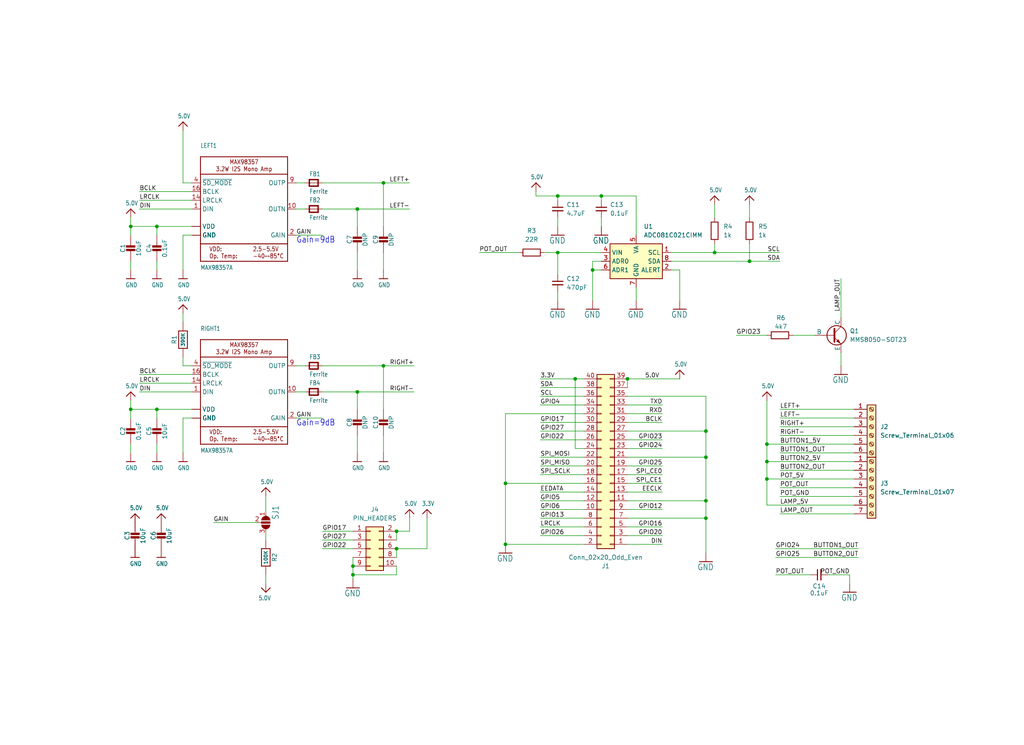
<source format=kicad_sch>
(kicad_sch (version 20231120) (generator "eeschema") (generator_version "8.0")
  (paper "User" 298.45 217.322)
  (lib_symbols
    (symbol "Analog_ADC:ADC081C021CIMM"
      (property "Reference" "U" (at 3.81 11.43 0))
      (property "Value" "ADC081C021CIMM" (at 10.16 8.89 0))
      (symbol "ADC081C021CIMM_1_1"
        (pin input line (at 10.16 2.54 180) (length 2.54) (name "SCL") (number "1"))
        (pin open_collector line (at 10.16 -2.54 180) (length 2.54) (name "ALERT") (number "2"))
        (pin input line (at -10.16 0 0) (length 2.54) (name "ADR0") (number "3"))
        (pin input line (at -10.16 2.54 0) (length 2.54) (name "VIN") (number "4"))
        (pin power_in line (at 0 7.62 270) (length 2.54) (name "VA") (number "5"))
        (pin input line (at -10.16 -2.54 0) (length 2.54) (name "ADR1") (number "6"))
        (pin power_in line (at 0 -7.62 90) (length 2.54) (name "GND") (number "7"))
        (pin bidirectional line (at 10.16 0 180) (length 2.54) (name "SDA") (number "8"))
      )
    )
    (symbol "Connector:Screw_Terminal_01x06" (pin_names (offset 1.016) hide)
      (property "Reference" "J" (at 0 7.62 0))
      (property "Value" "Screw_Terminal_01x06" (at 0 -10.16 0))
      (symbol "Screw_Terminal_01x06_1_1"
        (pin passive line (at -5.08 5.08 0) (length 3.81) (name "Pin_1") (number "1"))
        (pin passive line (at -5.08 2.54 0) (length 3.81) (name "Pin_2") (number "2"))
        (pin passive line (at -5.08 0 0) (length 3.81) (name "Pin_3") (number "3"))
        (pin passive line (at -5.08 -2.54 0) (length 3.81) (name "Pin_4") (number "4"))
        (pin passive line (at -5.08 -5.08 0) (length 3.81) (name "Pin_5") (number "5"))
        (pin passive line (at -5.08 -7.62 0) (length 3.81) (name "Pin_6") (number "6"))
      )
    )
    (symbol "Connector:Screw_Terminal_01x07" (pin_names (offset 1.016) hide)
      (property "Reference" "J" (at 0 10.16 0))
      (property "Value" "Screw_Terminal_01x07" (at 0 -10.16 0))
      (symbol "Screw_Terminal_01x07_1_1"
        (pin passive line (at -5.08 7.62 0) (length 3.81) (name "Pin_1") (number "1"))
        (pin passive line (at -5.08 5.08 0) (length 3.81) (name "Pin_2") (number "2"))
        (pin passive line (at -5.08 2.54 0) (length 3.81) (name "Pin_3") (number "3"))
        (pin passive line (at -5.08 0 0) (length 3.81) (name "Pin_4") (number "4"))
        (pin passive line (at -5.08 -2.54 0) (length 3.81) (name "Pin_5") (number "5"))
        (pin passive line (at -5.08 -5.08 0) (length 3.81) (name "Pin_6") (number "6"))
        (pin passive line (at -5.08 -7.62 0) (length 3.81) (name "Pin_7") (number "7"))
      )
    )
    (symbol "Connector_Generic:Conn_02x05_Odd_Even" (pin_names (offset 1.016) hide)
      (property "Reference" "J" (at 1.27 7.62 0))
      (property "Value" "Conn_02x05_Odd_Even" (at 1.27 -7.62 0))
      (symbol "Conn_02x05_Odd_Even_1_1"
        (pin passive line (at -5.08 5.08 0) (length 3.81) (name "Pin_1") (number "1"))
        (pin passive line (at 7.62 -5.08 180) (length 3.81) (name "Pin_10") (number "10"))
        (pin passive line (at 7.62 5.08 180) (length 3.81) (name "Pin_2") (number "2"))
        (pin passive line (at -5.08 2.54 0) (length 3.81) (name "Pin_3") (number "3"))
        (pin passive line (at 7.62 2.54 180) (length 3.81) (name "Pin_4") (number "4"))
        (pin passive line (at -5.08 0 0) (length 3.81) (name "Pin_5") (number "5"))
        (pin passive line (at 7.62 0 180) (length 3.81) (name "Pin_6") (number "6"))
        (pin passive line (at -5.08 -2.54 0) (length 3.81) (name "Pin_7") (number "7"))
        (pin passive line (at 7.62 -2.54 180) (length 3.81) (name "Pin_8") (number "8"))
        (pin passive line (at -5.08 -5.08 0) (length 3.81) (name "Pin_9") (number "9"))
      )
    )
    (symbol "Connector_Generic:Conn_02x20_Odd_Even" (pin_names (offset 1.016) hide)
      (property "Reference" "J" (at 1.27 25.4 0))
      (property "Value" "Conn_02x20_Odd_Even" (at 1.27 -27.94 0))
      (symbol "Conn_02x20_Odd_Even_1_1"
        (pin passive line (at -5.08 22.86 0) (length 3.81) (name "Pin_1") (number "1"))
        (pin passive line (at 7.62 12.7 180) (length 3.81) (name "Pin_10") (number "10"))
        (pin passive line (at -5.08 10.16 0) (length 3.81) (name "Pin_11") (number "11"))
        (pin passive line (at 7.62 10.16 180) (length 3.81) (name "Pin_12") (number "12"))
        (pin passive line (at -5.08 7.62 0) (length 3.81) (name "Pin_13") (number "13"))
        (pin passive line (at 7.62 7.62 180) (length 3.81) (name "Pin_14") (number "14"))
        (pin passive line (at -5.08 5.08 0) (length 3.81) (name "Pin_15") (number "15"))
        (pin passive line (at 7.62 5.08 180) (length 3.81) (name "Pin_16") (number "16"))
        (pin passive line (at -5.08 2.54 0) (length 3.81) (name "Pin_17") (number "17"))
        (pin passive line (at 7.62 2.54 180) (length 3.81) (name "Pin_18") (number "18"))
        (pin passive line (at -5.08 0 0) (length 3.81) (name "Pin_19") (number "19"))
        (pin passive line (at 7.62 22.86 180) (length 3.81) (name "Pin_2") (number "2"))
        (pin passive line (at 7.62 0 180) (length 3.81) (name "Pin_20") (number "20"))
        (pin passive line (at -5.08 -2.54 0) (length 3.81) (name "Pin_21") (number "21"))
        (pin passive line (at 7.62 -2.54 180) (length 3.81) (name "Pin_22") (number "22"))
        (pin passive line (at -5.08 -5.08 0) (length 3.81) (name "Pin_23") (number "23"))
        (pin passive line (at 7.62 -5.08 180) (length 3.81) (name "Pin_24") (number "24"))
        (pin passive line (at -5.08 -7.62 0) (length 3.81) (name "Pin_25") (number "25"))
        (pin passive line (at 7.62 -7.62 180) (length 3.81) (name "Pin_26") (number "26"))
        (pin passive line (at -5.08 -10.16 0) (length 3.81) (name "Pin_27") (number "27"))
        (pin passive line (at 7.62 -10.16 180) (length 3.81) (name "Pin_28") (number "28"))
        (pin passive line (at -5.08 -12.7 0) (length 3.81) (name "Pin_29") (number "29"))
        (pin passive line (at -5.08 20.32 0) (length 3.81) (name "Pin_3") (number "3"))
        (pin passive line (at 7.62 -12.7 180) (length 3.81) (name "Pin_30") (number "30"))
        (pin passive line (at -5.08 -15.24 0) (length 3.81) (name "Pin_31") (number "31"))
        (pin passive line (at 7.62 -15.24 180) (length 3.81) (name "Pin_32") (number "32"))
        (pin passive line (at -5.08 -17.78 0) (length 3.81) (name "Pin_33") (number "33"))
        (pin passive line (at 7.62 -17.78 180) (length 3.81) (name "Pin_34") (number "34"))
        (pin passive line (at -5.08 -20.32 0) (length 3.81) (name "Pin_35") (number "35"))
        (pin passive line (at 7.62 -20.32 180) (length 3.81) (name "Pin_36") (number "36"))
        (pin passive line (at -5.08 -22.86 0) (length 3.81) (name "Pin_37") (number "37"))
        (pin passive line (at 7.62 -22.86 180) (length 3.81) (name "Pin_38") (number "38"))
        (pin passive line (at -5.08 -25.4 0) (length 3.81) (name "Pin_39") (number "39"))
        (pin passive line (at 7.62 20.32 180) (length 3.81) (name "Pin_4") (number "4"))
        (pin passive line (at 7.62 -25.4 180) (length 3.81) (name "Pin_40") (number "40"))
        (pin passive line (at -5.08 17.78 0) (length 3.81) (name "Pin_5") (number "5"))
        (pin passive line (at 7.62 17.78 180) (length 3.81) (name "Pin_6") (number "6"))
        (pin passive line (at -5.08 15.24 0) (length 3.81) (name "Pin_7") (number "7"))
        (pin passive line (at 7.62 15.24 180) (length 3.81) (name "Pin_8") (number "8"))
        (pin passive line (at -5.08 12.7 0) (length 3.81) (name "Pin_9") (number "9"))
      )
    )
    (symbol "Device:C_Small" (pin_numbers hide) (pin_names (offset 0.254) hide)
      (property "Reference" "C" (at 0.254 1.778 0))
      (property "Value" "C_Small" (at 0.254 -2.032 0))
      (symbol "C_Small_1_1"
        (pin passive line (at 0 2.54 270) (length 2.032) (name "~") (number "1"))
        (pin passive line (at 0 -2.54 90) (length 2.032) (name "~") (number "2"))
      )
    )
    (symbol "Device:R" (pin_numbers hide) (pin_names (offset 0))
      (property "Reference" "R" (at 2.032 0 90))
      (property "Value" "R" (at 0 0 90))
      (symbol "R_1_1"
        (pin passive line (at 0 3.81 270) (length 1.27) (name "~") (number "1"))
        (pin passive line (at 0 -3.81 90) (length 1.27) (name "~") (number "2"))
      )
    )
    (symbol "Simulation_SPICE:NPN" (pin_numbers hide) (pin_names (offset 0))
      (property "Reference" "Q" (at -2.54 7.62 0))
      (property "Value" "NPN" (at -2.54 5.08 0))
      (symbol "NPN_1_1"
        (pin open_collector line (at 2.54 5.08 270) (length 2.54) (name "C") (number "1"))
        (pin input line (at -5.08 0 0) (length 2.54) (name "B") (number "2"))
        (pin open_emitter line (at 2.54 -5.08 90) (length 2.54) (name "E") (number "3"))
      )
    )
    (symbol "spotify-clock-eagle-import:3.3V" (power)
      (symbol "3.3V_1_0"
        (pin power_in line (at 0 -2.54 90) (length 2.54) (name "3.3V") (number "1"))
      )
    )
    (symbol "spotify-clock-eagle-import:5.0V" (power)
      (symbol "5.0V_1_0"
        (pin power_in line (at 0 -2.54 90) (length 2.54) (name "5.0V") (number "1"))
      )
    )
    (symbol "spotify-clock-eagle-import:AUDIOAMP_MAX98357"
      (property "Reference" "U" (at -12.7 17.78 0))
      (symbol "AUDIOAMP_MAX98357_1_0"
        (text "2.5-5.5V\n-40~~85°C" (at 2.54 -12.7 0) (effects (font (size 1.27 1.0795)) (justify left)))
        (text "MAX98357\n3.2W I2S Mono Amp" (at 0 12.7 0) (effects (font (size 1.27 1.0795))))
        (text "VDD:\nOp. Temp:" (at -10.16 -12.7 0) (effects (font (size 1.27 1.0795)) (justify left)))
        (pin bidirectional line (at -15.24 0 0) (length 2.54) (name "DIN") (number "1"))
        (pin output line (at 15.24 0 180) (length 2.54) (name "OUTN") (number "10"))
        (pin power_in line (at -15.24 -7.62 0) (length 2.54) (name "GND") (number "11"))
        (pin bidirectional line (at -15.24 2.54 0) (length 2.54) (name "LRCLK") (number "14"))
        (pin power_in line (at -15.24 -7.62 0) (length 2.54) (name "GND") (number "15"))
        (pin bidirectional line (at -15.24 5.08 0) (length 2.54) (name "BCLK") (number "16"))
        (pin bidirectional line (at 15.24 -7.62 180) (length 2.54) (name "GAIN") (number "2"))
        (pin power_in line (at -15.24 -7.62 0) (length 2.54) (name "GND") (number "3"))
        (pin bidirectional line (at -15.24 7.62 0) (length 2.54) (name "~{SD_MODE}") (number "4"))
        (pin power_in line (at -15.24 -5.08 0) (length 2.54) (name "VDD") (number "7"))
        (pin power_in line (at -15.24 -5.08 0) (length 2.54) (name "VDD") (number "8"))
        (pin output line (at 15.24 7.62 180) (length 2.54) (name "OUTP") (number "9"))
        (pin power_in line (at -15.24 -7.62 0) (length 2.54) (name "GND") (number "THERMAL"))
      )
    )
    (symbol "spotify-clock-eagle-import:CAP_CERAMIC0805-NOOUTLINE"
      (property "Reference" "C" (at -2.29 1.25 90))
      (symbol "CAP_CERAMIC0805-NOOUTLINE_1_0"
        (pin passive line (at 0 5.08 270) (length 2.54) (name "1") (number "1"))
        (pin passive line (at 0 -2.54 90) (length 2.54) (name "2") (number "2"))
      )
    )
    (symbol "spotify-clock-eagle-import:FERRITE-0805NO"
      (property "Reference" "FB" (at -1.27 1.905 0))
      (symbol "FERRITE-0805NO_1_0"
        (pin passive line (at -2.54 0 0) (length 2.54) (name "P$1") (number "1"))
        (pin passive line (at 2.54 0 180) (length 2.54) (name "P$2") (number "2"))
      )
    )
    (symbol "spotify-clock-eagle-import:GND" (power)
      (symbol "GND_1_0"
        (pin power_in line (at 0 2.54 270) (length 2.54) (name "GND") (number "1"))
      )
    )
    (symbol "spotify-clock-eagle-import:RESISTOR0805_NOOUTLINE"
      (property "Reference" "R" (at 0 2.54 0))
      (symbol "RESISTOR0805_NOOUTLINE_1_0"
        (pin passive line (at -5.08 0 0) (length 2.54) (name "1") (number "1"))
        (pin passive line (at 5.08 0 180) (length 2.54) (name "2") (number "2"))
      )
    )
    (symbol "spotify-clock-eagle-import:SOLDERJUMPER_2WAY"
      (property "Reference" "SJ" (at -5.08 -3.81 0))
      (symbol "SOLDERJUMPER_2WAY_1_0"
        (pin passive line (at -2.54 0 0) (length 0) (name "1") (number "1"))
        (pin passive line (at 0 2.54 270) (length 0) (name "2") (number "2"))
        (pin passive line (at 2.54 0 180) (length 0) (name "3") (number "3"))
      )
    )
    (symbol "spotify-clock-eagle-import:supply1_GND" (power)
      (symbol "supply1_GND_1_0"
        (pin power_in line (at 0 2.54 270) (length 2.54) (name "GND") (number "1"))
      )
    )
  )
  (junction (at 162.56 57.15))
  (junction (at 111.76 106.68))
  (junction (at 223.52 139.7))
  (junction (at 205.74 151.13))
  (junction (at 205.74 133.35))
  (junction (at 218.44 76.2))
  (junction (at 205.74 146.05))
  (junction (at 167.64 110.49))
  (junction (at 162.56 73.66))
  (junction (at 208.28 73.66))
  (junction (at 147.32 158.75))
  (junction (at 38.1 119.38))
  (junction (at 104.14 114.3))
  (junction (at 104.14 60.96))
  (junction (at 115.57 160.02))
  (junction (at 111.76 53.34))
  (junction (at 45.72 119.38))
  (junction (at 38.1 66.04))
  (junction (at 147.32 140.97))
  (junction (at 102.87 167.64))
  (junction (at 175.26 57.15))
  (junction (at 115.57 154.94))
  (junction (at 45.72 66.04))
  (junction (at 172.72 78.74))
  (junction (at 102.87 165.1))
  (junction (at 182.88 110.49))
  (junction (at 223.52 134.62))
  (junction (at 205.74 125.73))
  (junction (at 223.52 129.54))
  (wire (pts (xy 227.33 149.86) (xy 248.92 149.86)))
  (wire (pts (xy 38.1 66.04) (xy 38.1 63.5)) (stroke (width 0.1524)))
  (wire (pts (xy 231.14 97.79) (xy 237.49 97.79)))
  (wire (pts (xy 198.12 78.74) (xy 198.12 87.63)))
  (wire (pts (xy 185.42 83.82) (xy 185.42 87.63)))
  (wire (pts (xy 182.88 148.59) (xy 193.04 148.59)))
  (wire (pts (xy 53.34 106.68) (xy 53.34 104.14)) (stroke (width 0.1524)))
  (wire (pts (xy 93.98 157.48) (xy 102.87 157.48)))
  (wire (pts (xy 157.48 151.13) (xy 170.18 151.13)) (stroke (width 0.1524)))
  (wire (pts (xy 182.88 143.51) (xy 193.04 143.51)))
  (wire (pts (xy 170.18 113.03) (xy 157.48 113.03)) (stroke (width 0.1524)))
  (wire (pts (xy 86.36 106.68) (xy 88.9 106.68)) (stroke (width 0.1524)))
  (wire (pts (xy 182.88 115.57) (xy 205.74 115.57)) (stroke (width 0.1524)))
  (wire (pts (xy 111.76 53.34) (xy 119.38 53.34)))
  (wire (pts (xy 195.58 76.2) (xy 218.44 76.2)))
  (wire (pts (xy 182.88 156.21) (xy 193.04 156.21)))
  (wire (pts (xy 182.88 146.05) (xy 205.74 146.05)) (stroke (width 0.1524)))
  (wire (pts (xy 208.28 59.69) (xy 208.28 63.5)))
  (wire (pts (xy 245.11 81.28) (xy 245.11 92.71)))
  (wire (pts (xy 93.98 53.34) (xy 111.76 53.34)) (stroke (width 0.1524)))
  (wire (pts (xy 102.87 162.56) (xy 102.87 165.1)))
  (wire (pts (xy 227.33 121.92) (xy 248.92 121.92)))
  (wire (pts (xy 102.87 167.64) (xy 102.87 165.1)))
  (wire (pts (xy 111.76 106.68) (xy 111.76 119.38)) (stroke (width 0.1524)))
  (wire (pts (xy 115.57 167.64) (xy 102.87 167.64)))
  (wire (pts (xy 170.18 123.19) (xy 157.48 123.19)) (stroke (width 0.1524)))
  (wire (pts (xy 104.14 114.3) (xy 120.65 114.3)))
  (wire (pts (xy 124.46 151.13) (xy 124.46 160.02)))
  (wire (pts (xy 124.46 160.02) (xy 115.57 160.02)))
  (wire (pts (xy 86.36 53.34) (xy 88.9 53.34)) (stroke (width 0.1524)))
  (wire (pts (xy 38.1 76.2) (xy 38.1 78.74)) (stroke (width 0.1524)))
  (wire (pts (xy 227.33 144.78) (xy 248.92 144.78)))
  (wire (pts (xy 227.33 127) (xy 248.92 127)))
  (wire (pts (xy 156.21 55.88) (xy 156.21 57.15)))
  (wire (pts (xy 227.33 142.24) (xy 248.92 142.24)))
  (wire (pts (xy 223.52 139.7) (xy 223.52 147.32)))
  (wire (pts (xy 182.88 140.97) (xy 193.04 140.97)))
  (wire (pts (xy 162.56 57.15) (xy 162.56 58.42)))
  (wire (pts (xy 55.88 121.92) (xy 53.34 121.92)) (stroke (width 0.1524)))
  (wire (pts (xy 119.38 151.13) (xy 119.38 154.94)))
  (wire (pts (xy 38.1 119.38) (xy 38.1 116.84)) (stroke (width 0.1524)))
  (wire (pts (xy 157.48 135.89) (xy 170.18 135.89)) (stroke (width 0.1524)))
  (wire (pts (xy 111.76 53.34) (xy 111.76 66.04)) (stroke (width 0.1524)))
  (wire (pts (xy 157.48 153.67) (xy 170.18 153.67)) (stroke (width 0.1524)))
  (wire (pts (xy 182.88 113.03) (xy 182.88 110.49)) (stroke (width 0.1524)))
  (wire (pts (xy 205.74 151.13) (xy 205.74 161.29)) (stroke (width 0.1524)))
  (wire (pts (xy 162.56 85.09) (xy 162.56 87.63)))
  (wire (pts (xy 55.88 114.3) (xy 40.64 114.3)) (stroke (width 0.1524)))
  (wire (pts (xy 227.33 119.38) (xy 248.92 119.38)))
  (wire (pts (xy 115.57 165.1) (xy 115.57 167.64)))
  (wire (pts (xy 93.98 154.94) (xy 102.87 154.94)))
  (wire (pts (xy 45.72 129.54) (xy 45.72 132.08)) (stroke (width 0.1524)))
  (wire (pts (xy 86.36 60.96) (xy 88.9 60.96)) (stroke (width 0.1524)))
  (wire (pts (xy 227.33 137.16) (xy 248.92 137.16)))
  (wire (pts (xy 247.65 167.64) (xy 247.65 170.18)))
  (wire (pts (xy 226.06 160.02) (xy 250.19 160.02)))
  (wire (pts (xy 167.64 130.81) (xy 170.18 130.81)) (stroke (width 0.1524)))
  (wire (pts (xy 157.48 156.21) (xy 170.18 156.21)) (stroke (width 0.1524)))
  (wire (pts (xy 182.88 128.27) (xy 193.04 128.27)))
  (wire (pts (xy 111.76 73.66) (xy 111.76 78.74)) (stroke (width 0.1524)))
  (wire (pts (xy 223.52 134.62) (xy 248.92 134.62)))
  (wire (pts (xy 205.74 125.73) (xy 205.74 133.35)) (stroke (width 0.1524)))
  (wire (pts (xy 218.44 59.69) (xy 218.44 63.5)))
  (wire (pts (xy 86.36 68.58) (xy 93.98 68.58)) (stroke (width 0.1524)))
  (wire (pts (xy 182.88 138.43) (xy 193.04 138.43)))
  (wire (pts (xy 157.48 125.73) (xy 170.18 125.73)) (stroke (width 0.1524)))
  (wire (pts (xy 104.14 127) (xy 104.14 132.08)) (stroke (width 0.1524)))
  (wire (pts (xy 86.36 121.92) (xy 93.98 121.92)) (stroke (width 0.1524)))
  (wire (pts (xy 170.18 110.49) (xy 167.64 110.49)) (stroke (width 0.1524)))
  (wire (pts (xy 104.14 60.96) (xy 104.14 66.04)) (stroke (width 0.1524)))
  (wire (pts (xy 55.88 68.58) (xy 53.34 68.58)) (stroke (width 0.1524)))
  (wire (pts (xy 185.42 57.15) (xy 175.26 57.15)))
  (wire (pts (xy 205.74 133.35) (xy 205.74 146.05)) (stroke (width 0.1524)))
  (wire (pts (xy 170.18 115.57) (xy 157.48 115.57)) (stroke (width 0.1524)))
  (wire (pts (xy 175.26 76.2) (xy 172.72 76.2)))
  (wire (pts (xy 170.18 143.51) (xy 157.48 143.51)) (stroke (width 0.1524)))
  (wire (pts (xy 157.48 146.05) (xy 170.18 146.05)) (stroke (width 0.1524)))
  (wire (pts (xy 182.88 120.65) (xy 193.04 120.65)))
  (wire (pts (xy 147.32 120.65) (xy 170.18 120.65)) (stroke (width 0.1524)))
  (wire (pts (xy 223.52 134.62) (xy 223.52 139.7)))
  (wire (pts (xy 77.47 154.94) (xy 77.47 157.48)) (stroke (width 0.1524)))
  (wire (pts (xy 147.32 140.97) (xy 147.32 120.65)) (stroke (width 0.1524)))
  (wire (pts (xy 205.74 146.05) (xy 205.74 151.13)) (stroke (width 0.1524)))
  (wire (pts (xy 182.88 130.81) (xy 193.04 130.81)))
  (wire (pts (xy 223.52 129.54) (xy 248.92 129.54)))
  (wire (pts (xy 223.52 139.7) (xy 248.92 139.7)))
  (wire (pts (xy 182.88 153.67) (xy 193.04 153.67)))
  (wire (pts (xy 55.88 119.38) (xy 45.72 119.38)) (stroke (width 0.1524)))
  (wire (pts (xy 45.72 121.92) (xy 45.72 119.38)) (stroke (width 0.1524)))
  (wire (pts (xy 38.1 129.54) (xy 38.1 132.08)) (stroke (width 0.1524)))
  (wire (pts (xy 53.34 121.92) (xy 53.34 132.08)) (stroke (width 0.1524)))
  (wire (pts (xy 162.56 63.5) (xy 162.56 66.04)))
  (wire (pts (xy 55.88 106.68) (xy 53.34 106.68)) (stroke (width 0.1524)))
  (wire (pts (xy 55.88 111.76) (xy 40.64 111.76)) (stroke (width 0.1524)))
  (wire (pts (xy 111.76 127) (xy 111.76 132.08)) (stroke (width 0.1524)))
  (wire (pts (xy 55.88 55.88) (xy 40.64 55.88)) (stroke (width 0.1524)))
  (wire (pts (xy 241.3 167.64) (xy 247.65 167.64)))
  (wire (pts (xy 214.63 97.79) (xy 223.52 97.79)))
  (wire (pts (xy 53.34 68.58) (xy 53.34 78.74)) (stroke (width 0.1524)))
  (wire (pts (xy 93.98 160.02) (xy 102.87 160.02)))
  (wire (pts (xy 104.14 73.66) (xy 104.14 78.74)) (stroke (width 0.1524)))
  (wire (pts (xy 195.58 73.66) (xy 208.28 73.66)))
  (wire (pts (xy 93.98 60.96) (xy 104.14 60.96)) (stroke (width 0.1524)))
  (wire (pts (xy 182.88 133.35) (xy 205.74 133.35)) (stroke (width 0.1524)))
  (wire (pts (xy 218.44 76.2) (xy 227.33 76.2)))
  (wire (pts (xy 162.56 73.66) (xy 162.56 80.01)))
  (wire (pts (xy 45.72 76.2) (xy 45.72 78.74)) (stroke (width 0.1524)))
  (wire (pts (xy 226.06 162.56) (xy 250.19 162.56)))
  (wire (pts (xy 205.74 115.57) (xy 205.74 125.73)) (stroke (width 0.1524)))
  (wire (pts (xy 147.32 140.97) (xy 170.18 140.97)) (stroke (width 0.1524)))
  (wire (pts (xy 53.34 53.34) (xy 53.34 38.1)) (stroke (width 0.1524)))
  (wire (pts (xy 167.64 130.81) (xy 167.64 110.49)) (stroke (width 0.1524)))
  (wire (pts (xy 77.47 149.86) (xy 77.47 144.78)) (stroke (width 0.1524)))
  (wire (pts (xy 93.98 106.68) (xy 111.76 106.68)) (stroke (width 0.1524)))
  (wire (pts (xy 157.48 148.59) (xy 170.18 148.59)) (stroke (width 0.1524)))
  (wire (pts (xy 156.21 57.15) (xy 162.56 57.15)))
  (wire (pts (xy 175.26 63.5) (xy 175.26 66.04)))
  (wire (pts (xy 86.36 114.3) (xy 88.9 114.3)) (stroke (width 0.1524)))
  (wire (pts (xy 208.28 71.12) (xy 208.28 73.66)))
  (wire (pts (xy 147.32 140.97) (xy 147.32 158.75)) (stroke (width 0.1524)))
  (wire (pts (xy 226.06 167.64) (xy 236.22 167.64)))
  (wire (pts (xy 172.72 78.74) (xy 172.72 87.63)))
  (wire (pts (xy 208.28 73.66) (xy 227.33 73.66)))
  (wire (pts (xy 182.88 158.75) (xy 193.04 158.75)))
  (wire (pts (xy 172.72 78.74) (xy 175.26 78.74)))
  (wire (pts (xy 162.56 73.66) (xy 175.26 73.66)))
  (wire (pts (xy 223.52 116.84) (xy 223.52 129.54)))
  (wire (pts (xy 185.42 68.58) (xy 185.42 57.15)))
  (wire (pts (xy 139.7 73.66) (xy 151.13 73.66)))
  (wire (pts (xy 245.11 102.87) (xy 245.11 106.68)))
  (wire (pts (xy 45.72 66.04) (xy 38.1 66.04)) (stroke (width 0.1524)))
  (wire (pts (xy 55.88 53.34) (xy 53.34 53.34)) (stroke (width 0.1524)))
  (wire (pts (xy 170.18 128.27) (xy 157.48 128.27)) (stroke (width 0.1524)))
  (wire (pts (xy 55.88 109.22) (xy 40.64 109.22)) (stroke (width 0.1524)))
  (wire (pts (xy 93.98 114.3) (xy 104.14 114.3)) (stroke (width 0.1524)))
  (wire (pts (xy 45.72 68.58) (xy 45.72 66.04)) (stroke (width 0.1524)))
  (wire (pts (xy 182.88 123.19) (xy 193.04 123.19)))
  (wire (pts (xy 55.88 60.96) (xy 40.64 60.96)) (stroke (width 0.1524)))
  (wire (pts (xy 158.75 73.66) (xy 162.56 73.66)))
  (wire (pts (xy 182.88 118.11) (xy 193.04 118.11)))
  (wire (pts (xy 115.57 160.02) (xy 115.57 162.56)))
  (wire (pts (xy 167.64 110.49) (xy 157.48 110.49)) (stroke (width 0.1524)))
  (wire (pts (xy 175.26 58.42) (xy 175.26 57.15)))
  (wire (pts (xy 170.18 158.75) (xy 147.32 158.75)) (stroke (width 0.1524)))
  (wire (pts (xy 195.58 78.74) (xy 198.12 78.74)))
  (wire (pts (xy 104.14 60.96) (xy 119.38 60.96)))
  (wire (pts (xy 102.87 168.91) (xy 102.87 167.64)))
  (wire (pts (xy 55.88 58.42) (xy 40.64 58.42)) (stroke (width 0.1524)))
  (wire (pts (xy 227.33 124.46) (xy 248.92 124.46)))
  (wire (pts (xy 227.33 132.08) (xy 248.92 132.08)))
  (wire (pts (xy 74.93 152.4) (xy 62.23 152.4)) (stroke (width 0.1524)))
  (wire (pts (xy 104.14 114.3) (xy 104.14 119.38)) (stroke (width 0.1524)))
  (wire (pts (xy 53.34 93.98) (xy 53.34 91.44)) (stroke (width 0.1524)))
  (wire (pts (xy 157.48 133.35) (xy 170.18 133.35)) (stroke (width 0.1524)))
  (wire (pts (xy 157.48 138.43) (xy 170.18 138.43)) (stroke (width 0.1524)))
  (wire (pts (xy 77.47 170.18) (xy 77.47 167.64)) (stroke (width 0.1524)))
  (wire (pts (xy 182.88 151.13) (xy 205.74 151.13)) (stroke (width 0.1524)))
  (wire (pts (xy 223.52 147.32) (xy 248.92 147.32)))
  (wire (pts (xy 218.44 71.12) (xy 218.44 76.2)))
  (wire (pts (xy 172.72 76.2) (xy 172.72 78.74)))
  (wire (pts (xy 182.88 135.89) (xy 193.04 135.89)))
  (wire (pts (xy 182.88 110.49) (xy 198.12 110.49)) (stroke (width 0.1524)))
  (wire (pts (xy 175.26 57.15) (xy 162.56 57.15)))
  (wire (pts (xy 55.88 66.04) (xy 45.72 66.04)) (stroke (width 0.1524)))
  (wire (pts (xy 170.18 118.11) (xy 157.48 118.11)) (stroke (width 0.1524)))
  (wire (pts (xy 182.88 125.73) (xy 205.74 125.73)) (stroke (width 0.1524)))
  (wire (pts (xy 45.72 119.38) (xy 38.1 119.38)) (stroke (width 0.1524)))
  (wire (pts (xy 111.76 106.68) (xy 120.65 106.68)))
  (wire (pts (xy 115.57 154.94) (xy 115.57 157.48)))
  (wire (pts (xy 115.57 154.94) (xy 119.38 154.94)))
  (wire (pts (xy 38.1 68.58) (xy 38.1 66.04)) (stroke (width 0.1524)))
  (wire (pts (xy 223.52 129.54) (xy 223.52 134.62)))
  (wire (pts (xy 38.1 121.92) (xy 38.1 119.38)) (stroke (width 0.1524)))
  (text "Gain=9dB" (at 86.36 124.46 0) (effects (font (size 1.778 1.5113)) (justify left bottom)))
  (text "Gain=9dB" (at 86.36 71.12 0) (effects (font (size 1.778 1.5113)) (justify left bottom)))
  (label "GPIO23" (at 193.04 128.27 180) (effects (font (size 1.2446 1.2446))))
  (label "LEFT-" (at 227.33 121.92 0))
  (label "GPIO13" (at 157.48 151.13 0) (effects (font (size 1.2446 1.2446))))
  (label "GPIO17" (at 93.98 154.94 0) (effects (font (size 1.2446 1.2446))))
  (label "SPI_MISO" (at 157.48 135.89 0) (effects (font (size 1.2446 1.2446))))
  (label "SDA" (at 157.48 113.03 0) (effects (font (size 1.2446 1.2446))))
  (label "GPIO4" (at 157.48 118.11 0) (effects (font (size 1.2446 1.2446))))
  (label "BCLK" (at 193.04 123.19 180) (effects (font (size 1.2446 1.2446))))
  (label "RXD" (at 193.04 120.65 180) (effects (font (size 1.2446 1.2446))))
  (label "DIN" (at 40.64 60.96 0) (effects (font (size 1.2446 1.2446))))
  (label "RIGHT+" (at 227.33 124.46 0))
  (label "LRCLK" (at 157.48 153.67 0) (effects (font (size 1.2446 1.2446))))
  (label "GPIO20" (at 193.04 156.21 180) (effects (font (size 1.2446 1.2446))))
  (label "GPIO12" (at 193.04 148.59 180) (effects (font (size 1.2446 1.2446))))
  (label "RIGHT-" (at 120.65 114.3 180) (effects (font (size 1.2446 1.2446))))
  (label "LRCLK" (at 40.64 58.42 0) (effects (font (size 1.2446 1.2446))))
  (label "GPIO27" (at 157.48 125.73 0) (effects (font (size 1.2446 1.2446))))
  (label "GPIO24" (at 226.06 160.02 0))
  (label "BUTTON2_5V" (at 227.33 134.62 0))
  (label "EEDATA" (at 157.48 143.51 0) (effects (font (size 1.2446 1.2446))))
  (label "RIGHT+" (at 120.65 106.68 180) (effects (font (size 1.2446 1.2446))))
  (label "DIN" (at 193.04 158.75 180) (effects (font (size 1.2446 1.2446))))
  (label "SPI_SCLK" (at 157.48 138.43 0) (effects (font (size 1.2446 1.2446))))
  (label "LEFT-" (at 119.38 60.96 180) (effects (font (size 1.2446 1.2446))))
  (label "GPIO6" (at 157.48 148.59 0) (effects (font (size 1.2446 1.2446))))
  (label "SCL" (at 157.48 115.57 0) (effects (font (size 1.2446 1.2446))))
  (label "TXD" (at 193.04 118.11 180) (effects (font (size 1.2446 1.2446))))
  (label "LRCLK" (at 40.64 111.76 0) (effects (font (size 1.2446 1.2446))))
  (label "BCLK" (at 40.64 55.88 0) (effects (font (size 1.2446 1.2446))))
  (label "LAMP_OUT" (at 227.33 149.86 0))
  (label "POT_GND" (at 227.33 144.78 0))
  (label "BUTTON1_OUT" (at 250.19 160.02 180))
  (label "LAMP_OUT" (at 245.11 81.28 270))
  (label "GAIN" (at 86.36 68.58 0) (effects (font (size 1.2446 1.2446))))
  (label "GPIO25" (at 193.04 135.89 180) (effects (font (size 1.2446 1.2446))))
  (label "GAIN" (at 86.36 121.92 0) (effects (font (size 1.2446 1.2446))))
  (label "GPIO24" (at 193.04 130.81 180) (effects (font (size 1.2446 1.2446))))
  (label "SPI_MOSI" (at 157.48 133.35 0) (effects (font (size 1.2446 1.2446))))
  (label "DIN" (at 40.64 114.3 0) (effects (font (size 1.2446 1.2446))))
  (label "GPIO17" (at 157.48 123.19 0) (effects (font (size 1.2446 1.2446))))
  (label "POT_OUT" (at 226.06 167.64 0))
  (label "RIGHT-" (at 227.33 127 0))
  (label "GPIO22" (at 93.98 160.02 0) (effects (font (size 1.2446 1.2446))))
  (label "GPIO26" (at 157.48 156.21 0) (effects (font (size 1.2446 1.2446))))
  (label "BCLK" (at 40.64 109.22 0) (effects (font (size 1.2446 1.2446))))
  (label "BUTTON2_OUT" (at 227.33 137.16 0))
  (label "POT_OUT" (at 139.7 73.66 0) (effects (font (size 1.2446 1.2446))))
  (label "3.3V" (at 157.48 110.49 0) (effects (font (size 1.2446 1.2446))))
  (label "GAIN" (at 62.23 152.4 0) (effects (font (size 1.2446 1.2446))))
  (label "GPIO5" (at 157.48 146.05 0) (effects (font (size 1.2446 1.2446))))
  (label "LAMP_5V" (at 227.33 147.32 0))
  (label "BUTTON1_OUT" (at 227.33 132.08 0))
  (label "POT_OUT" (at 227.33 142.24 0))
  (label "LEFT+" (at 227.33 119.38 0))
  (label "GPIO25" (at 226.06 162.56 0))
  (label "EECLK" (at 193.04 143.51 180) (effects (font (size 1.2446 1.2446))))
  (label "SPI_CE0" (at 193.04 138.43 180) (effects (font (size 1.2446 1.2446))))
  (label "GPIO16" (at 193.04 153.67 180) (effects (font (size 1.2446 1.2446))))
  (label "POT_GND" (at 247.65 167.64 180))
  (label "GPIO23" (at 214.63 97.79 0))
  (label "SPI_CE1" (at 193.04 140.97 180) (effects (font (size 1.2446 1.2446))))
  (label "SCL" (at 227.33 73.66 180) (effects (font (size 1.2446 1.2446))))
  (label "BUTTON1_5V" (at 227.33 129.54 0))
  (label "SDA" (at 227.33 76.2 180) (effects (font (size 1.2446 1.2446))))
  (label "BUTTON2_OUT" (at 250.19 162.56 180))
  (label "5.0V" (at 187.96 110.49 0) (effects (font (size 1.2446 1.2446))))
  (label "GPIO22" (at 157.48 128.27 0) (effects (font (size 1.2446 1.2446))))
  (label "GPIO27" (at 93.98 157.48 0) (effects (font (size 1.2446 1.2446))))
  (label "POT_5V" (at 227.33 139.7 0))
  (label "LEFT+" (at 119.38 53.34 180) (effects (font (size 1.2446 1.2446))))
  (symbol (lib_id "spotify-clock-eagle-import:supply1_GND") (at 162.56 90.17 0) (unit 1)
    (property "Reference" "#GND09" (effects (hide yes)))
    (property "Value" "GND" (at 160.02 92.71 0) (effects (font (size 1.778 1.5113)) (justify left bottom)))
  )
  (symbol (lib_id "spotify-clock-eagle-import:5.0V") (at 53.34 88.9 0) (unit 1)
    (property "Reference" "#U$013" (effects (hide yes)))
    (property "Value" "5.0V" (at 51.816 87.884 0) (effects (font (size 1.27 1.0795)) (justify left bottom)))
  )
  (symbol (lib_id "spotify-clock-eagle-import:RESISTOR0805_NOOUTLINE") (at 53.34 99.06 90) (unit 1)
    (property "Reference" "R1" (at 50.8 99.06 0))
    (property "Value" "390K" (at 53.34 99.06 0) (effects (font (size 1.016 1.016) (bold yes))))
    (property "Footprint" "spotify-clock:0805-NO" (effects (hide yes)))
  )
  (symbol (lib_id "spotify-clock-eagle-import:FERRITE-0805NO") (at 91.44 106.68 0) (unit 1)
    (property "Reference" "FB3" (at 90.17 104.775 0) (effects (font (size 1.27 1.0795)) (justify left bottom)))
    (property "Value" "Ferrite" (at 90.17 109.855 0) (effects (font (size 1.27 1.0795)) (justify left bottom)))
    (property "Footprint" "spotify-clock:0805-NO" (effects (hide yes)))
  )
  (symbol (lib_id "spotify-clock-eagle-import:CAP_CERAMIC0805-NOOUTLINE") (at 104.14 124.46 0) (unit 1)
    (property "Reference" "C8" (at 101.85 123.21 90))
    (property "Value" "DNP" (at 106.44 123.21 90))
    (property "Footprint" "spotify-clock:0805-NO" (effects (hide yes)))
  )
  (symbol (lib_id "spotify-clock-eagle-import:supply1_GND") (at 198.12 90.17 0) (unit 1)
    (property "Reference" "#GND06" (effects (hide yes)))
    (property "Value" "GND" (at 195.58 92.71 0) (effects (font (size 1.778 1.5113)) (justify left bottom)))
  )
  (symbol (lib_id "spotify-clock-eagle-import:5.0V") (at 38.1 114.3 0) (unit 1)
    (property "Reference" "#U$03" (effects (hide yes)))
    (property "Value" "5.0V" (at 36.576 113.284 0) (effects (font (size 1.27 1.0795)) (justify left bottom)))
  )
  (symbol (lib_id "spotify-clock-eagle-import:GND") (at 53.34 81.28 0) (unit 1)
    (property "Reference" "#U$012" (effects (hide yes)))
    (property "Value" "GND" (at 51.816 83.82 0) (effects (font (size 1.27 1.0795)) (justify left bottom)))
  )
  (symbol (lib_id "Simulation_SPICE:NPN") (at 242.57 97.79 0) (unit 1)
    (property "Reference" "Q1" (at 247.65 96.5199 0) (effects (justify left)))
    (property "Value" "MMS8050-SOT23" (at 247.65 99.0599 0) (effects (justify left)))
    (property "Footprint" "Package_TO_SOT_SMD:TSOT-23" (effects (hide yes)))
    (property "Datasheet" "https://ngspice.sourceforge.io/docs/ngspice-html-manual/manual.xhtml#cha_BJTs" (effects (hide yes)))
    (property "Description" "Bipolar transistor symbol for simulation only, substrate tied to the emitter" (effects (hide yes)))
    (property "Sim.Device" "NPN" (effects (hide yes)))
    (property "Sim.Type" "GUMMELPOON" (effects (hide yes)))
    (property "Sim.Pins" "1=C 2=B 3=E" (effects (hide yes)))
  )
  (symbol (lib_id "Device:C_Small") (at 162.56 60.96 0) (unit 1)
    (property "Reference" "C11" (at 165.1 59.6962 0) (effects (justify left)))
    (property "Value" "4.7uF" (at 165.1 62.2362 0) (effects (justify left)))
    (property "Footprint" "spotify-clock:0805-NO" (effects (hide yes)))
    (property "Description" "Unpolarized capacitor, small symbol" (effects (hide yes)))
  )
  (symbol (lib_id "spotify-clock-eagle-import:AUDIOAMP_MAX98357") (at 71.12 114.3 0) (unit 1)
    (property "Reference" "RIGHT1" (at 58.42 96.52 0) (effects (font (size 1.27 1.0795)) (justify left bottom)))
    (property "Value" "MAX98357A" (at 58.42 132.08 0) (effects (font (size 1.27 1.0795)) (justify left bottom)))
    (property "Footprint" "spotify-clock:QFN16_3MM" (effects (hide yes)))
  )
  (symbol (lib_id "Connector:Screw_Terminal_01x06") (at 254 124.46 0) (unit 1)
    (property "Reference" "J2" (at 256.54 124.4599 0) (effects (justify left)))
    (property "Value" "Screw_Terminal_01x06" (at 256.54 126.9999 0) (effects (justify left)))
    (property "Footprint" "TerminalBlock_TE-Connectivity:TerminalBlock_TE_282834-6_1x06_P2.54mm_Horizontal" (effects (hide yes)))
    (property "Description" "Generic screw terminal, single row, 01x06, script generated (kicad-library-utils/schlib/autogen/connector/)" (effects (hide yes)))
  )
  (symbol (lib_id "spotify-clock-eagle-import:5.0V") (at 77.47 142.24 0) (unit 1)
    (property "Reference" "#U$015" (effects (hide yes)))
    (property "Value" "5.0V" (at 75.946 141.224 0) (effects (font (size 1.27 1.0795)) (justify left bottom)))
  )
  (symbol (lib_id "spotify-clock-eagle-import:5.0V") (at 208.28 57.15 0) (unit 1)
    (property "Reference" "#U$025" (effects (hide yes)))
    (property "Value" "5.0V" (at 206.756 56.134 0) (effects (font (size 1.27 1.0795)) (justify left bottom)))
  )
  (symbol (lib_id "spotify-clock-eagle-import:FERRITE-0805NO") (at 91.44 114.3 0) (unit 1)
    (property "Reference" "FB4" (at 90.17 112.395 0) (effects (font (size 1.27 1.0795)) (justify left bottom)))
    (property "Value" "Ferrite" (at 90.17 117.475 0) (effects (font (size 1.27 1.0795)) (justify left bottom)))
    (property "Footprint" "spotify-clock:0805-NO" (effects (hide yes)))
  )
  (symbol (lib_id "spotify-clock-eagle-import:GND") (at 45.72 134.62 0) (unit 1)
    (property "Reference" "#U$08" (effects (hide yes)))
    (property "Value" "GND" (at 44.196 137.16 0) (effects (font (size 1.27 1.0795)) (justify left bottom)))
  )
  (symbol (lib_id "spotify-clock-eagle-import:5.0V") (at 119.38 148.59 0) (unit 1)
    (property "Reference" "#U$022" (effects (hide yes)))
    (property "Value" "5.0V" (at 117.856 147.574 0) (effects (font (size 1.27 1.0795)) (justify left bottom)))
  )
  (symbol (lib_id "spotify-clock-eagle-import:5.0V") (at 38.1 60.96 0) (unit 1)
    (property "Reference" "#U$01" (effects (hide yes)))
    (property "Value" "5.0V" (at 36.576 59.944 0) (effects (font (size 1.27 1.0795)) (justify left bottom)))
  )
  (symbol (lib_id "spotify-clock-eagle-import:GND") (at 38.1 134.62 0) (unit 1)
    (property "Reference" "#U$04" (effects (hide yes)))
    (property "Value" "GND" (at 36.576 137.16 0) (effects (font (size 1.27 1.0795)) (justify left bottom)))
  )
  (symbol (lib_id "spotify-clock-eagle-import:SOLDERJUMPER_2WAY") (at 77.47 152.4 90) (mirror x) (unit 1)
    (property "Reference" "SJ1" (at 81.28 147.32 0) (effects (font (size 1.778 1.5113)) (justify left bottom)))
    (property "Value" "SOLDERJUMPER_2WAY" (effects (hide yes)))
    (property "Footprint" "spotify-clock:SOLDERJUMPER_2WAY_OPEN_NOPASTE" (effects (hide yes)))
  )
  (symbol (lib_id "spotify-clock-eagle-import:supply1_GND") (at 245.11 109.22 0) (unit 1)
    (property "Reference" "#GND05" (effects (hide yes)))
    (property "Value" "GND" (at 242.57 111.76 0) (effects (font (size 1.778 1.5113)) (justify left bottom)))
  )
  (symbol (lib_id "Device:R") (at 218.44 67.31 0) (unit 1)
    (property "Reference" "R5" (at 220.98 66.0399 0) (effects (justify left)))
    (property "Value" "1k" (at 220.98 68.5799 0) (effects (justify left)))
    (property "Footprint" "spotify-clock:0805-NO" (effects (hide yes)))
    (property "Description" "Resistor" (effects (hide yes)))
  )
  (symbol (lib_id "spotify-clock-eagle-import:supply1_GND") (at 102.87 171.45 0) (unit 1)
    (property "Reference" "#GND01" (effects (hide yes)))
    (property "Value" "GND" (at 100.33 173.99 0) (effects (font (size 1.778 1.5113)) (justify left bottom)))
  )
  (symbol (lib_id "spotify-clock-eagle-import:supply1_GND") (at 247.65 172.72 0) (unit 1)
    (property "Reference" "#GND04" (effects (hide yes)))
    (property "Value" "GND" (at 245.11 175.26 0) (effects (font (size 1.778 1.5113)) (justify left bottom)))
  )
  (symbol (lib_id "spotify-clock-eagle-import:5.0V") (at 46.99 149.86 0) (unit 1)
    (property "Reference" "#U$09" (effects (hide yes)))
    (property "Value" "5.0V" (at 45.466 148.844 0) (effects (font (size 1.27 1.0795)) (justify left bottom)))
  )
  (symbol (lib_id "spotify-clock-eagle-import:supply1_GND") (at 205.74 163.83 0) (unit 1)
    (property "Reference" "#GND03" (effects (hide yes)))
    (property "Value" "GND" (at 203.2 166.37 0) (effects (font (size 1.778 1.5113)) (justify left bottom)))
  )
  (symbol (lib_id "spotify-clock-eagle-import:GND") (at 104.14 134.62 0) (unit 1)
    (property "Reference" "#U$018" (effects (hide yes)))
    (property "Value" "GND" (at 102.616 137.16 0) (effects (font (size 1.27 1.0795)) (justify left bottom)))
  )
  (symbol (lib_id "spotify-clock-eagle-import:GND") (at 38.1 81.28 0) (unit 1)
    (property "Reference" "#U$02" (effects (hide yes)))
    (property "Value" "GND" (at 36.576 83.82 0) (effects (font (size 1.27 1.0795)) (justify left bottom)))
  )
  (symbol (lib_id "Device:C_Small") (at 238.76 167.64 90) (unit 1)
    (property "Reference" "C14" (at 238.76 170.942 90))
    (property "Value" "0.1uF" (at 238.76 172.974 90))
    (property "Footprint" "spotify-clock:0805-NO" (effects (hide yes)))
    (property "Description" "Unpolarized capacitor, small symbol" (effects (hide yes)))
  )
  (symbol (lib_id "spotify-clock-eagle-import:supply1_GND") (at 172.72 90.17 0) (unit 1)
    (property "Reference" "#GND08" (effects (hide yes)))
    (property "Value" "GND" (at 170.18 92.71 0) (effects (font (size 1.778 1.5113)) (justify left bottom)))
  )
  (symbol (lib_id "Connector_Generic:Conn_02x20_Odd_Even") (at 177.8 135.89 180) (unit 1)
    (property "Reference" "J1" (at 176.53 165.1 0))
    (property "Value" "Conn_02x20_Odd_Even" (at 176.53 162.56 0))
    (property "Footprint" "Connector_PinSocket_2.54mm:PinSocket_2x20_P2.54mm_Vertical_SMD" (effects (hide yes)))
    (property "Description" "Generic connector, double row, 02x20, odd/even pin numbering scheme (row 1 odd numbers, row 2 even numbers), script generated (kicad-library-utils/schlib/autogen/connector/)" (effects (hide yes)))
  )
  (symbol (lib_id "spotify-clock-eagle-import:supply1_GND") (at 147.32 161.29 0) (unit 1)
    (property "Reference" "#GND02" (effects (hide yes)))
    (property "Value" "GND" (at 144.78 163.83 0) (effects (font (size 1.778 1.5113)) (justify left bottom)))
  )
  (symbol (lib_id "Device:R") (at 154.94 73.66 90) (unit 1)
    (property "Reference" "R3" (at 154.94 67.31 90))
    (property "Value" "22R" (at 154.94 69.85 90))
    (property "Footprint" "spotify-clock:0805-NO" (effects (hide yes)))
    (property "Description" "Resistor" (effects (hide yes)))
  )
  (symbol (lib_id "spotify-clock-eagle-import:supply1_GND") (at 175.26 68.58 0) (unit 1)
    (property "Reference" "#GND010" (effects (hide yes)))
    (property "Value" "GND" (at 172.72 71.12 0) (effects (font (size 1.778 1.5113)) (justify left bottom)))
  )
  (symbol (lib_id "spotify-clock-eagle-import:GND") (at 111.76 81.28 0) (unit 1)
    (property "Reference" "#U$020" (effects (hide yes)))
    (property "Value" "GND" (at 110.236 83.82 0) (effects (font (size 1.27 1.0795)) (justify left bottom)))
  )
  (symbol (lib_id "spotify-clock-eagle-import:3.3V") (at 124.46 148.59 0) (unit 1)
    (property "Reference" "#U$019" (effects (hide yes)))
    (property "Value" "3.3V" (at 122.936 147.574 0) (effects (font (size 1.27 1.0795)) (justify left bottom)))
  )
  (symbol (lib_id "spotify-clock-eagle-import:5.0V") (at 39.37 149.86 0) (unit 1)
    (property "Reference" "#U$05" (effects (hide yes)))
    (property "Value" "5.0V" (at 37.846 148.844 0) (effects (font (size 1.27 1.0795)) (justify left bottom)))
  )
  (symbol (lib_id "spotify-clock-eagle-import:CAP_CERAMIC0805-NOOUTLINE") (at 46.99 157.48 0) (unit 1)
    (property "Reference" "C6" (at 44.7 156.23 90))
    (property "Value" "10uF" (at 49.29 156.23 90))
    (property "Footprint" "spotify-clock:0805-NO" (effects (hide yes)))
  )
  (symbol (lib_id "spotify-clock-eagle-import:GND") (at 39.37 162.56 0) (unit 1)
    (property "Reference" "#U$06" (effects (hide yes)))
    (property "Value" "GND" (at 37.846 165.1 0) (effects (font (size 1.27 1.0795)) (justify left bottom)))
  )
  (symbol (lib_id "spotify-clock-eagle-import:CAP_CERAMIC0805-NOOUTLINE") (at 45.72 73.66 0) (unit 1)
    (property "Reference" "C4" (at 43.43 72.41 90))
    (property "Value" "0.1uF" (at 48.02 72.41 90))
    (property "Footprint" "spotify-clock:0805-NO" (effects (hide yes)))
  )
  (symbol (lib_id "Device:R") (at 208.28 67.31 0) (unit 1)
    (property "Reference" "R4" (at 210.82 66.0399 0) (effects (justify left)))
    (property "Value" "1k" (at 210.82 68.5799 0) (effects (justify left)))
    (property "Footprint" "spotify-clock:0805-NO" (effects (hide yes)))
    (property "Description" "Resistor" (effects (hide yes)))
  )
  (symbol (lib_id "Device:C_Small") (at 162.56 82.55 0) (unit 1)
    (property "Reference" "C12" (at 165.1 81.2862 0) (effects (justify left)))
    (property "Value" "470pF" (at 165.1 83.8262 0) (effects (justify left)))
    (property "Footprint" "spotify-clock:0805-NO" (effects (hide yes)))
    (property "Description" "Unpolarized capacitor, small symbol" (effects (hide yes)))
  )
  (symbol (lib_id "Connector_Generic:Conn_02x05_Odd_Even") (at 107.95 160.02 0) (unit 1)
    (property "Reference" "J4" (at 109.22 148.59 0))
    (property "Value" "PIN_HEADERS" (at 109.22 151.13 0))
    (property "Footprint" "Connector_PinHeader_2.54mm:PinHeader_2x05_P2.54mm_Vertical" (effects (hide yes)))
    (property "Description" "Generic connector, double row, 02x05, odd/even pin numbering scheme (row 1 odd numbers, row 2 even numbers), script generated (kicad-library-utils/schlib/autogen/connector/)" (effects (hide yes)))
  )
  (symbol (lib_id "spotify-clock-eagle-import:RESISTOR0805_NOOUTLINE") (at 77.47 162.56 270) (unit 1)
    (property "Reference" "R2" (at 80.01 162.56 0))
    (property "Value" "100K" (at 77.47 162.56 0) (effects (font (size 1.016 1.016) (bold yes))))
    (property "Footprint" "spotify-clock:0805-NO" (effects (hide yes)))
  )
  (symbol (lib_id "spotify-clock-eagle-import:supply1_GND") (at 185.42 90.17 0) (unit 1)
    (property "Reference" "#GND07" (effects (hide yes)))
    (property "Value" "GND" (at 182.88 92.71 0) (effects (font (size 1.778 1.5113)) (justify left bottom)))
  )
  (symbol (lib_id "spotify-clock-eagle-import:CAP_CERAMIC0805-NOOUTLINE") (at 38.1 73.66 0) (unit 1)
    (property "Reference" "C1" (at 35.81 72.41 90))
    (property "Value" "10uF" (at 40.4 72.41 90))
    (property "Footprint" "spotify-clock:0805-NO" (effects (hide yes)))
  )
  (symbol (lib_id "spotify-clock-eagle-import:CAP_CERAMIC0805-NOOUTLINE") (at 45.72 127 0) (unit 1)
    (property "Reference" "C5" (at 43.43 125.75 90))
    (property "Value" "10uF" (at 48.02 125.75 90))
    (property "Footprint" "spotify-clock:0805-NO" (effects (hide yes)))
  )
  (symbol (lib_id "spotify-clock-eagle-import:CAP_CERAMIC0805-NOOUTLINE") (at 104.14 71.12 0) (unit 1)
    (property "Reference" "C7" (at 101.85 69.87 90))
    (property "Value" "DNP" (at 106.44 69.87 90))
    (property "Footprint" "spotify-clock:0805-NO" (effects (hide yes)))
  )
  (symbol (lib_id "spotify-clock-eagle-import:GND") (at 53.34 134.62 0) (unit 1)
    (property "Reference" "#U$014" (effects (hide yes)))
    (property "Value" "GND" (at 51.816 137.16 0) (effects (font (size 1.27 1.0795)) (justify left bottom)))
  )
  (symbol (lib_id "spotify-clock-eagle-import:5.0V") (at 156.21 53.34 0) (unit 1)
    (property "Reference" "#U$023" (effects (hide yes)))
    (property "Value" "5.0V" (at 154.686 52.324 0) (effects (font (size 1.27 1.0795)) (justify left bottom)))
  )
  (symbol (lib_id "spotify-clock-eagle-import:5.0V") (at 198.12 107.95 0) (unit 1)
    (property "Reference" "#U$024" (effects (hide yes)))
    (property "Value" "5.0V" (at 196.596 106.934 0) (effects (font (size 1.27 1.0795)) (justify left bottom)))
  )
  (symbol (lib_id "spotify-clock-eagle-import:CAP_CERAMIC0805-NOOUTLINE") (at 111.76 124.46 0) (unit 1)
    (property "Reference" "C10" (at 109.47 123.21 90))
    (property "Value" "DNP" (at 114.06 123.21 90))
    (property "Footprint" "spotify-clock:0805-NO" (effects (hide yes)))
  )
  (symbol (lib_id "spotify-clock-eagle-import:FERRITE-0805NO") (at 91.44 60.96 0) (unit 1)
    (property "Reference" "FB2" (at 90.17 59.055 0) (effects (font (size 1.27 1.0795)) (justify left bottom)))
    (property "Value" "Ferrite" (at 90.17 64.135 0) (effects (font (size 1.27 1.0795)) (justify left bottom)))
    (property "Footprint" "spotify-clock:0805-NO" (effects (hide yes)))
  )
  (symbol (lib_id "spotify-clock-eagle-import:5.0V") (at 53.34 35.56 0) (unit 1)
    (property "Reference" "#U$011" (effects (hide yes)))
    (property "Value" "5.0V" (at 51.816 34.544 0) (effects (font (size 1.27 1.0795)) (justify left bottom)))
  )
  (symbol (lib_id "spotify-clock-eagle-import:GND") (at 111.76 134.62 0) (unit 1)
    (property "Reference" "#U$021" (effects (hide yes)))
    (property "Value" "GND" (at 110.236 137.16 0) (effects (font (size 1.27 1.0795)) (justify left bottom)))
  )
  (symbol (lib_id "spotify-clock-eagle-import:AUDIOAMP_MAX98357") (at 71.12 60.96 0) (unit 1)
    (property "Reference" "LEFT1" (at 58.42 43.18 0) (effects (font (size 1.27 1.0795)) (justify left bottom)))
    (property "Value" "MAX98357A" (at 58.42 78.74 0) (effects (font (size 1.27 1.0795)) (justify left bottom)))
    (property "Footprint" "spotify-clock:QFN16_3MM" (effects (hide yes)))
  )
  (symbol (lib_id "spotify-clock-eagle-import:supply1_GND") (at 162.56 68.58 0) (unit 1)
    (property "Reference" "#GND011" (effects (hide yes)))
    (property "Value" "GND" (at 160.02 71.12 0) (effects (font (size 1.778 1.5113)) (justify left bottom)))
  )
  (symbol (lib_id "spotify-clock-eagle-import:GND") (at 46.99 162.56 0) (unit 1)
    (property "Reference" "#U$010" (effects (hide yes)))
    (property "Value" "GND" (at 45.466 165.1 0) (effects (font (size 1.27 1.0795)) (justify left bottom)))
  )
  (symbol (lib_id "Analog_ADC:ADC081C021CIMM") (at 185.42 76.2 0) (unit 1)
    (property "Reference" "U1" (at 187.6141 66.04 0) (effects (justify left)))
    (property "Value" "ADC081C021CIMM" (at 187.6141 68.58 0) (effects (justify left)))
    (property "Footprint" "Package_SO:MSOP-8_3x3mm_P0.65mm" (effects (hide yes)))
    (property "Datasheet" "http://www.ti.com/lit/ds/symlink/adc081c021.pdf" (effects (hide yes)))
    (property "Description" "I2C-Compatible, 8-Bit Analog-to-Digital Converter with Alert Function, MSOP-8" (effects (hide yes)))
  )
  (symbol (lib_id "spotify-clock-eagle-import:CAP_CERAMIC0805-NOOUTLINE") (at 39.37 157.48 0) (unit 1)
    (property "Reference" "C3" (at 37.08 156.23 90))
    (property "Value" "10uF" (at 41.67 156.23 90))
    (property "Footprint" "spotify-clock:0805-NO" (effects (hide yes)))
  )
  (symbol (lib_id "spotify-clock-eagle-import:GND") (at 45.72 81.28 0) (unit 1)
    (property "Reference" "#U$07" (effects (hide yes)))
    (property "Value" "GND" (at 44.196 83.82 0) (effects (font (size 1.27 1.0795)) (justify left bottom)))
  )
  (symbol (lib_id "Device:C_Small") (at 175.26 60.96 0) (unit 1)
    (property "Reference" "C13" (at 177.8 59.6962 0) (effects (justify left)))
    (property "Value" "0.1uF" (at 177.8 62.2362 0) (effects (justify left)))
    (property "Footprint" "spotify-clock:0805-NO" (effects (hide yes)))
    (property "Description" "Unpolarized capacitor, small symbol" (effects (hide yes)))
  )
  (symbol (lib_id "Device:R") (at 227.33 97.79 90) (unit 1)
    (property "Reference" "R6" (at 227.584 92.71 90))
    (property "Value" "4k7" (at 227.584 95.25 90))
    (property "Footprint" "spotify-clock:0805-NO" (effects (hide yes)))
    (property "Description" "Resistor" (effects (hide yes)))
  )
  (symbol (lib_id "spotify-clock-eagle-import:CAP_CERAMIC0805-NOOUTLINE") (at 38.1 127 0) (unit 1)
    (property "Reference" "C2" (at 35.81 125.75 90))
    (property "Value" "0.1uF" (at 40.4 125.75 90))
    (property "Footprint" "spotify-clock:0805-NO" (effects (hide yes)))
  )
  (symbol (lib_id "spotify-clock-eagle-import:FERRITE-0805NO") (at 91.44 53.34 0) (unit 1)
    (property "Reference" "FB1" (at 90.17 51.435 0) (effects (font (size 1.27 1.0795)) (justify left bottom)))
    (property "Value" "Ferrite" (at 90.17 56.515 0) (effects (font (size 1.27 1.0795)) (justify left bottom)))
    (property "Footprint" "spotify-clock:0805-NO" (effects (hide yes)))
  )
  (symbol (lib_id "spotify-clock-eagle-import:5.0V") (at 223.52 114.3 0) (unit 1)
    (property "Reference" "#U$027" (effects (hide yes)))
    (property "Value" "5.0V" (at 221.996 113.284 0) (effects (font (size 1.27 1.0795)) (justify left bottom)))
  )
  (symbol (lib_id "spotify-clock-eagle-import:5.0V") (at 77.47 172.72 180) (unit 1)
    (property "Reference" "#U$016" (effects (hide yes)))
    (property "Value" "5.0V" (at 78.994 173.736 0) (effects (font (size 1.27 1.0795)) (justify left bottom)))
  )
  (symbol (lib_id "spotify-clock-eagle-import:5.0V") (at 218.44 57.15 0) (unit 1)
    (property "Reference" "#U$026" (effects (hide yes)))
    (property "Value" "5.0V" (at 216.916 56.134 0) (effects (font (size 1.27 1.0795)) (justify left bottom)))
  )
  (symbol (lib_id "Connector:Screw_Terminal_01x07") (at 254 142.24 0) (unit 1)
    (property "Reference" "J3" (at 256.54 140.9699 0) (effects (justify left)))
    (property "Value" "Screw_Terminal_01x07" (at 256.54 143.5099 0) (effects (justify left)))
    (property "Footprint" "TerminalBlock_TE-Connectivity:TerminalBlock_TE_282834-7_1x07_P2.54mm_Horizontal" (effects (hide yes)))
    (property "Description" "Generic screw terminal, single row, 01x07, script generated (kicad-library-utils/schlib/autogen/connector/)" (effects (hide yes)))
  )
  (symbol (lib_id "spotify-clock-eagle-import:GND") (at 104.14 81.28 0) (unit 1)
    (property "Reference" "#U$017" (effects (hide yes)))
    (property "Value" "GND" (at 102.616 83.82 0) (effects (font (size 1.27 1.0795)) (justify left bottom)))
  )
  (symbol (lib_id "spotify-clock-eagle-import:CAP_CERAMIC0805-NOOUTLINE") (at 111.76 71.12 0) (unit 1)
    (property "Reference" "C9" (at 109.47 69.87 90))
    (property "Value" "DNP" (at 114.06 69.87 90))
    (property "Footprint" "spotify-clock:0805-NO" (effects (hide yes)))
  )
)
</source>
